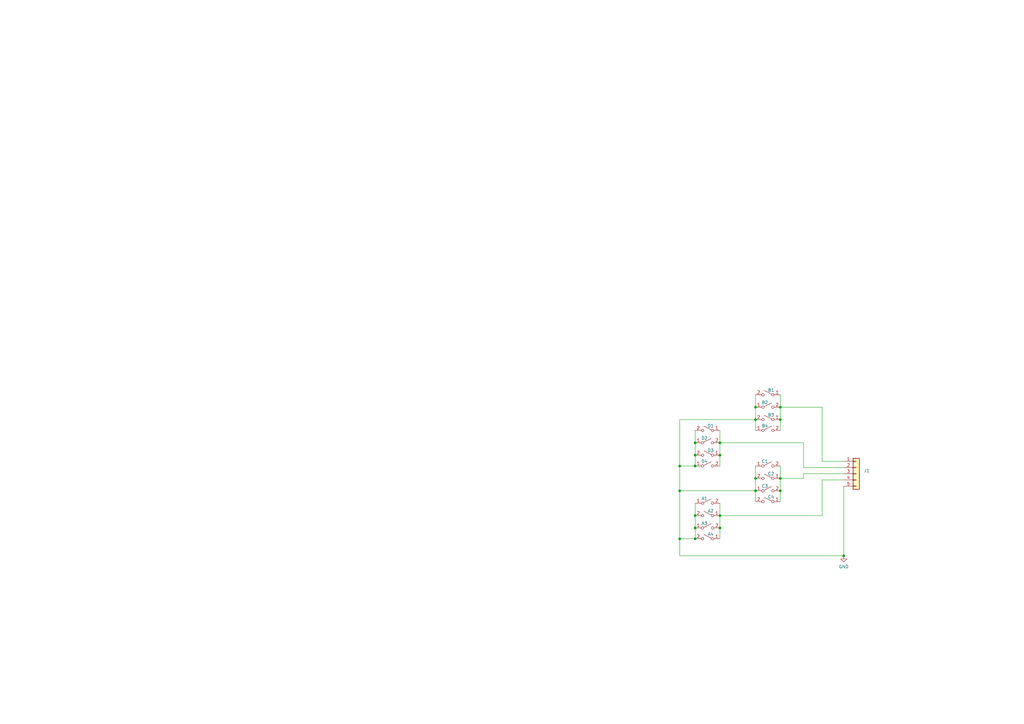
<source format=kicad_sch>
(kicad_sch
	(version 20250114)
	(generator "eeschema")
	(generator_version "9.0")
	(uuid "2e3f5573-c264-4a8b-a2f0-0e6473d39aad")
	(paper "A3")
	(lib_symbols
		(symbol "Connector_Generic:Conn_01x05"
			(pin_names
				(offset 1.016)
				(hide yes)
			)
			(exclude_from_sim no)
			(in_bom yes)
			(on_board yes)
			(property "Reference" "J"
				(at 0 7.62 0)
				(effects
					(font
						(size 1.27 1.27)
					)
				)
			)
			(property "Value" "Conn_01x05"
				(at 0 -7.62 0)
				(effects
					(font
						(size 1.27 1.27)
					)
				)
			)
			(property "Footprint" ""
				(at 0 0 0)
				(effects
					(font
						(size 1.27 1.27)
					)
					(hide yes)
				)
			)
			(property "Datasheet" "~"
				(at 0 0 0)
				(effects
					(font
						(size 1.27 1.27)
					)
					(hide yes)
				)
			)
			(property "Description" "Generic connector, single row, 01x05, script generated (kicad-library-utils/schlib/autogen/connector/)"
				(at 0 0 0)
				(effects
					(font
						(size 1.27 1.27)
					)
					(hide yes)
				)
			)
			(property "ki_keywords" "connector"
				(at 0 0 0)
				(effects
					(font
						(size 1.27 1.27)
					)
					(hide yes)
				)
			)
			(property "ki_fp_filters" "Connector*:*_1x??_*"
				(at 0 0 0)
				(effects
					(font
						(size 1.27 1.27)
					)
					(hide yes)
				)
			)
			(symbol "Conn_01x05_1_1"
				(rectangle
					(start -1.27 6.35)
					(end 1.27 -6.35)
					(stroke
						(width 0.254)
						(type default)
					)
					(fill
						(type background)
					)
				)
				(rectangle
					(start -1.27 5.207)
					(end 0 4.953)
					(stroke
						(width 0.1524)
						(type default)
					)
					(fill
						(type none)
					)
				)
				(rectangle
					(start -1.27 2.667)
					(end 0 2.413)
					(stroke
						(width 0.1524)
						(type default)
					)
					(fill
						(type none)
					)
				)
				(rectangle
					(start -1.27 0.127)
					(end 0 -0.127)
					(stroke
						(width 0.1524)
						(type default)
					)
					(fill
						(type none)
					)
				)
				(rectangle
					(start -1.27 -2.413)
					(end 0 -2.667)
					(stroke
						(width 0.1524)
						(type default)
					)
					(fill
						(type none)
					)
				)
				(rectangle
					(start -1.27 -4.953)
					(end 0 -5.207)
					(stroke
						(width 0.1524)
						(type default)
					)
					(fill
						(type none)
					)
				)
				(pin passive line
					(at -5.08 5.08 0)
					(length 3.81)
					(name "Pin_1"
						(effects
							(font
								(size 1.27 1.27)
							)
						)
					)
					(number "1"
						(effects
							(font
								(size 1.27 1.27)
							)
						)
					)
				)
				(pin passive line
					(at -5.08 2.54 0)
					(length 3.81)
					(name "Pin_2"
						(effects
							(font
								(size 1.27 1.27)
							)
						)
					)
					(number "2"
						(effects
							(font
								(size 1.27 1.27)
							)
						)
					)
				)
				(pin passive line
					(at -5.08 0 0)
					(length 3.81)
					(name "Pin_3"
						(effects
							(font
								(size 1.27 1.27)
							)
						)
					)
					(number "3"
						(effects
							(font
								(size 1.27 1.27)
							)
						)
					)
				)
				(pin passive line
					(at -5.08 -2.54 0)
					(length 3.81)
					(name "Pin_4"
						(effects
							(font
								(size 1.27 1.27)
							)
						)
					)
					(number "4"
						(effects
							(font
								(size 1.27 1.27)
							)
						)
					)
				)
				(pin passive line
					(at -5.08 -5.08 0)
					(length 3.81)
					(name "Pin_5"
						(effects
							(font
								(size 1.27 1.27)
							)
						)
					)
					(number "5"
						(effects
							(font
								(size 1.27 1.27)
							)
						)
					)
				)
			)
			(embedded_fonts no)
		)
		(symbol "Switch:SW_SPST"
			(pin_names
				(offset 0)
				(hide yes)
			)
			(exclude_from_sim no)
			(in_bom yes)
			(on_board yes)
			(property "Reference" "SW"
				(at 0 3.175 0)
				(effects
					(font
						(size 1.27 1.27)
					)
				)
			)
			(property "Value" "SW_SPST"
				(at 0 -2.54 0)
				(effects
					(font
						(size 1.27 1.27)
					)
				)
			)
			(property "Footprint" ""
				(at 0 0 0)
				(effects
					(font
						(size 1.27 1.27)
					)
					(hide yes)
				)
			)
			(property "Datasheet" "~"
				(at 0 0 0)
				(effects
					(font
						(size 1.27 1.27)
					)
					(hide yes)
				)
			)
			(property "Description" "Single Pole Single Throw (SPST) switch"
				(at 0 0 0)
				(effects
					(font
						(size 1.27 1.27)
					)
					(hide yes)
				)
			)
			(property "ki_keywords" "switch lever"
				(at 0 0 0)
				(effects
					(font
						(size 1.27 1.27)
					)
					(hide yes)
				)
			)
			(symbol "SW_SPST_0_0"
				(circle
					(center -2.032 0)
					(radius 0.508)
					(stroke
						(width 0)
						(type default)
					)
					(fill
						(type none)
					)
				)
				(polyline
					(pts
						(xy -1.524 0.254) (xy 1.524 1.778)
					)
					(stroke
						(width 0)
						(type default)
					)
					(fill
						(type none)
					)
				)
				(circle
					(center 2.032 0)
					(radius 0.508)
					(stroke
						(width 0)
						(type default)
					)
					(fill
						(type none)
					)
				)
			)
			(symbol "SW_SPST_1_1"
				(pin passive line
					(at -5.08 0 0)
					(length 2.54)
					(name "A"
						(effects
							(font
								(size 1.27 1.27)
							)
						)
					)
					(number "1"
						(effects
							(font
								(size 1.27 1.27)
							)
						)
					)
				)
				(pin passive line
					(at 5.08 0 180)
					(length 2.54)
					(name "B"
						(effects
							(font
								(size 1.27 1.27)
							)
						)
					)
					(number "2"
						(effects
							(font
								(size 1.27 1.27)
							)
						)
					)
				)
			)
			(embedded_fonts no)
		)
		(symbol "power:GND"
			(power)
			(pin_numbers
				(hide yes)
			)
			(pin_names
				(offset 0)
				(hide yes)
			)
			(exclude_from_sim no)
			(in_bom yes)
			(on_board yes)
			(property "Reference" "#PWR"
				(at 0 -6.35 0)
				(effects
					(font
						(size 1.27 1.27)
					)
					(hide yes)
				)
			)
			(property "Value" "GND"
				(at 0 -3.81 0)
				(effects
					(font
						(size 1.27 1.27)
					)
				)
			)
			(property "Footprint" ""
				(at 0 0 0)
				(effects
					(font
						(size 1.27 1.27)
					)
					(hide yes)
				)
			)
			(property "Datasheet" ""
				(at 0 0 0)
				(effects
					(font
						(size 1.27 1.27)
					)
					(hide yes)
				)
			)
			(property "Description" "Power symbol creates a global label with name \"GND\" , ground"
				(at 0 0 0)
				(effects
					(font
						(size 1.27 1.27)
					)
					(hide yes)
				)
			)
			(property "ki_keywords" "global power"
				(at 0 0 0)
				(effects
					(font
						(size 1.27 1.27)
					)
					(hide yes)
				)
			)
			(symbol "GND_0_1"
				(polyline
					(pts
						(xy 0 0) (xy 0 -1.27) (xy 1.27 -1.27) (xy 0 -2.54) (xy -1.27 -1.27) (xy 0 -1.27)
					)
					(stroke
						(width 0)
						(type default)
					)
					(fill
						(type none)
					)
				)
			)
			(symbol "GND_1_1"
				(pin power_in line
					(at 0 0 270)
					(length 0)
					(name "~"
						(effects
							(font
								(size 1.27 1.27)
							)
						)
					)
					(number "1"
						(effects
							(font
								(size 1.27 1.27)
							)
						)
					)
				)
			)
			(embedded_fonts no)
		)
	)
	(junction
		(at 320.04 172.085)
		(diameter 0)
		(color 0 0 0 0)
		(uuid "09670217-484f-4ac2-ad16-339e57d66373")
	)
	(junction
		(at 285.115 220.98)
		(diameter 0)
		(color 0 0 0 0)
		(uuid "0c0934f8-d93e-430a-9274-4f439ce25a7e")
	)
	(junction
		(at 278.765 201.295)
		(diameter 0)
		(color 0 0 0 0)
		(uuid "12cb7a4d-c7c5-41fe-ac9d-a772748073c6")
	)
	(junction
		(at 295.275 181.61)
		(diameter 0)
		(color 0 0 0 0)
		(uuid "1caca88f-a0f2-4d66-873d-e8f3086dab42")
	)
	(junction
		(at 285.115 211.455)
		(diameter 0)
		(color 0 0 0 0)
		(uuid "394d703b-d8bd-464b-83dd-548248000a8a")
	)
	(junction
		(at 278.765 191.135)
		(diameter 0)
		(color 0 0 0 0)
		(uuid "3a98730b-1ddf-4343-8038-2c9adc8aaf15")
	)
	(junction
		(at 285.115 186.69)
		(diameter 0)
		(color 0 0 0 0)
		(uuid "4dd9fa3a-cdda-41de-92ab-72537249bb55")
	)
	(junction
		(at 285.115 191.135)
		(diameter 0)
		(color 0 0 0 0)
		(uuid "5cde13b5-996d-4ec3-ba15-5c122badaf90")
	)
	(junction
		(at 309.88 172.085)
		(diameter 0)
		(color 0 0 0 0)
		(uuid "6c8275d7-f06b-4f55-a181-52b03183783b")
	)
	(junction
		(at 285.115 216.535)
		(diameter 0)
		(color 0 0 0 0)
		(uuid "71ccfcfe-54fe-4c88-be37-492210d4fdc5")
	)
	(junction
		(at 295.275 211.455)
		(diameter 0)
		(color 0 0 0 0)
		(uuid "769c1216-68bc-46f9-9aac-f15dead88161")
	)
	(junction
		(at 309.88 201.295)
		(diameter 0)
		(color 0 0 0 0)
		(uuid "78128b48-ab11-44fc-8312-0a43fe00aa78")
	)
	(junction
		(at 295.275 216.535)
		(diameter 0)
		(color 0 0 0 0)
		(uuid "9216b93c-756a-4045-99bf-ed341f2cd5d9")
	)
	(junction
		(at 295.275 186.69)
		(diameter 0)
		(color 0 0 0 0)
		(uuid "b0fb3b2b-4622-4017-8132-10d98f724a96")
	)
	(junction
		(at 285.115 181.61)
		(diameter 0)
		(color 0 0 0 0)
		(uuid "b37c5e5b-afe8-4df1-95ab-ebd3bdbb731a")
	)
	(junction
		(at 320.04 196.215)
		(diameter 0)
		(color 0 0 0 0)
		(uuid "c361a388-1698-4b8b-9c33-7b605cf300a0")
	)
	(junction
		(at 346.075 227.965)
		(diameter 0)
		(color 0 0 0 0)
		(uuid "ca707b05-fcc5-48d6-a109-c4943035e927")
	)
	(junction
		(at 278.765 220.98)
		(diameter 0)
		(color 0 0 0 0)
		(uuid "cc5da77f-9a03-4938-9117-1b664c74d2ad")
	)
	(junction
		(at 309.88 167.005)
		(diameter 0)
		(color 0 0 0 0)
		(uuid "dba67b81-81c8-44b0-9d1b-efeba19ec3b6")
	)
	(junction
		(at 320.04 167.005)
		(diameter 0)
		(color 0 0 0 0)
		(uuid "e0ea7a2e-add1-4d9d-a8e1-df636c42c222")
	)
	(junction
		(at 320.04 201.295)
		(diameter 0)
		(color 0 0 0 0)
		(uuid "ed30744e-3577-4649-8e9c-15ca0bc1978a")
	)
	(junction
		(at 309.88 196.215)
		(diameter 0)
		(color 0 0 0 0)
		(uuid "f59b2bbf-e74b-4f9f-a6e5-dcf6cd854567")
	)
	(wire
		(pts
			(xy 278.765 220.98) (xy 278.765 201.295)
		)
		(stroke
			(width 0)
			(type default)
		)
		(uuid "015f808f-3bdc-4c03-844a-b1470eff7e44")
	)
	(wire
		(pts
			(xy 320.04 172.085) (xy 320.04 176.53)
		)
		(stroke
			(width 0)
			(type default)
		)
		(uuid "02613e8a-cba6-40df-8566-1cf5612dfe51")
	)
	(wire
		(pts
			(xy 309.88 172.085) (xy 309.88 176.53)
		)
		(stroke
			(width 0)
			(type default)
		)
		(uuid "0297f815-ba2c-4d69-9274-9edc0c8e0547")
	)
	(wire
		(pts
			(xy 346.075 189.23) (xy 337.185 189.23)
		)
		(stroke
			(width 0)
			(type default)
		)
		(uuid "03427538-a85e-433f-8d58-3a62d425d67b")
	)
	(wire
		(pts
			(xy 309.88 196.215) (xy 309.88 201.295)
		)
		(stroke
			(width 0)
			(type default)
		)
		(uuid "1251b891-7386-414c-97cf-e97ee5757c2a")
	)
	(wire
		(pts
			(xy 320.04 196.215) (xy 320.04 201.295)
		)
		(stroke
			(width 0)
			(type default)
		)
		(uuid "130d65a7-9f19-4696-aab0-2b633e8f613e")
	)
	(wire
		(pts
			(xy 295.275 216.535) (xy 295.275 220.98)
		)
		(stroke
			(width 0)
			(type default)
		)
		(uuid "1733dfb6-78c6-422c-ab83-4624cec0744c")
	)
	(wire
		(pts
			(xy 329.565 191.77) (xy 329.565 181.61)
		)
		(stroke
			(width 0)
			(type default)
		)
		(uuid "204a77c3-879d-4e57-83e6-d221be49080f")
	)
	(wire
		(pts
			(xy 295.275 211.455) (xy 295.275 216.535)
		)
		(stroke
			(width 0)
			(type default)
		)
		(uuid "2416ab21-dc9a-4269-8bce-819e0ba63490")
	)
	(wire
		(pts
			(xy 285.115 181.61) (xy 285.115 186.69)
		)
		(stroke
			(width 0)
			(type default)
		)
		(uuid "2e344fc9-0aeb-459c-9527-5fa8d810f771")
	)
	(wire
		(pts
			(xy 320.04 201.295) (xy 320.04 205.74)
		)
		(stroke
			(width 0)
			(type default)
		)
		(uuid "2e703aa9-d72e-41a2-9a19-58a3cbe609ca")
	)
	(wire
		(pts
			(xy 346.075 196.85) (xy 337.185 196.85)
		)
		(stroke
			(width 0)
			(type default)
		)
		(uuid "3af80641-43be-46cb-9bee-41a53c7d1e6a")
	)
	(wire
		(pts
			(xy 346.075 191.77) (xy 329.565 191.77)
		)
		(stroke
			(width 0)
			(type default)
		)
		(uuid "42674478-e1f0-42c7-9f39-600935bf088f")
	)
	(wire
		(pts
			(xy 285.115 176.53) (xy 285.115 181.61)
		)
		(stroke
			(width 0)
			(type default)
		)
		(uuid "4b567538-0c68-4fe0-ada7-0778f574821a")
	)
	(wire
		(pts
			(xy 295.275 206.375) (xy 295.275 211.455)
		)
		(stroke
			(width 0)
			(type default)
		)
		(uuid "4c2c4888-debd-4c27-9370-d64604bd88f0")
	)
	(wire
		(pts
			(xy 309.88 191.135) (xy 309.88 196.215)
		)
		(stroke
			(width 0)
			(type default)
		)
		(uuid "4fedba46-15a2-4c7f-9804-60b5f458380c")
	)
	(wire
		(pts
			(xy 285.115 216.535) (xy 285.115 220.98)
		)
		(stroke
			(width 0)
			(type default)
		)
		(uuid "5b2bfc78-f334-4222-93e2-d8f57ebd0be3")
	)
	(wire
		(pts
			(xy 329.565 194.31) (xy 329.565 196.215)
		)
		(stroke
			(width 0)
			(type default)
		)
		(uuid "60d08740-a9af-40df-aee7-bf177d46c6c7")
	)
	(wire
		(pts
			(xy 320.04 196.215) (xy 329.565 196.215)
		)
		(stroke
			(width 0)
			(type default)
		)
		(uuid "63f2ec43-572f-41a0-8317-54cb51daaf74")
	)
	(wire
		(pts
			(xy 320.04 161.925) (xy 320.04 167.005)
		)
		(stroke
			(width 0)
			(type default)
		)
		(uuid "692ee72b-a932-4366-b39a-1f9fc76bf2cc")
	)
	(wire
		(pts
			(xy 295.275 181.61) (xy 329.565 181.61)
		)
		(stroke
			(width 0)
			(type default)
		)
		(uuid "6e3ac067-66a8-4f7d-aea0-a6a5ee8d8c6e")
	)
	(wire
		(pts
			(xy 320.04 167.005) (xy 320.04 172.085)
		)
		(stroke
			(width 0)
			(type default)
		)
		(uuid "6f980ee5-a6e8-4007-be74-a85c4aaa7564")
	)
	(wire
		(pts
			(xy 295.275 176.53) (xy 295.275 181.61)
		)
		(stroke
			(width 0)
			(type default)
		)
		(uuid "7a163d91-283b-4779-9d40-694cfa5345d8")
	)
	(wire
		(pts
			(xy 285.115 186.69) (xy 285.115 191.135)
		)
		(stroke
			(width 0)
			(type default)
		)
		(uuid "7aa236c0-b2e4-4905-b22d-7606f9b9a1e5")
	)
	(wire
		(pts
			(xy 309.88 167.005) (xy 309.88 172.085)
		)
		(stroke
			(width 0)
			(type default)
		)
		(uuid "84c2ea4d-6d67-4c49-a214-0d021f21f4c1")
	)
	(wire
		(pts
			(xy 278.765 191.135) (xy 278.765 172.085)
		)
		(stroke
			(width 0)
			(type default)
		)
		(uuid "913db704-7332-475b-8988-417a6b3c32d1")
	)
	(wire
		(pts
			(xy 337.185 196.85) (xy 337.185 211.455)
		)
		(stroke
			(width 0)
			(type default)
		)
		(uuid "919deec3-4a34-45f6-98c5-b861ee541a62")
	)
	(wire
		(pts
			(xy 278.765 201.295) (xy 278.765 191.135)
		)
		(stroke
			(width 0)
			(type default)
		)
		(uuid "9604d9f7-87b4-426a-b91e-4c9265296aa8")
	)
	(wire
		(pts
			(xy 346.075 199.39) (xy 346.075 227.965)
		)
		(stroke
			(width 0)
			(type default)
		)
		(uuid "992097bd-912b-4da7-9641-20b2eab146e8")
	)
	(wire
		(pts
			(xy 320.04 191.135) (xy 320.04 196.215)
		)
		(stroke
			(width 0)
			(type default)
		)
		(uuid "a128b29f-cbf2-4ac5-aa4f-82aa6c357a02")
	)
	(wire
		(pts
			(xy 295.275 186.69) (xy 295.275 191.135)
		)
		(stroke
			(width 0)
			(type default)
		)
		(uuid "a567d45f-121f-4f98-b16c-36884ce8f686")
	)
	(wire
		(pts
			(xy 278.765 227.965) (xy 278.765 220.98)
		)
		(stroke
			(width 0)
			(type default)
		)
		(uuid "a77158d5-a23d-4b72-9ece-3944a097567f")
	)
	(wire
		(pts
			(xy 337.185 189.23) (xy 337.185 167.005)
		)
		(stroke
			(width 0)
			(type default)
		)
		(uuid "a891a3f5-34be-4ac6-a96b-1806cf5a8d6e")
	)
	(wire
		(pts
			(xy 278.765 191.135) (xy 285.115 191.135)
		)
		(stroke
			(width 0)
			(type default)
		)
		(uuid "b3af174c-a8df-4bc9-8ef3-cfafb810245b")
	)
	(wire
		(pts
			(xy 285.115 206.375) (xy 285.115 211.455)
		)
		(stroke
			(width 0)
			(type default)
		)
		(uuid "b9e50371-ce74-4e33-bb32-fcda7d044bc1")
	)
	(wire
		(pts
			(xy 285.115 211.455) (xy 285.115 216.535)
		)
		(stroke
			(width 0)
			(type default)
		)
		(uuid "c188381b-db75-439d-9625-61750a28cade")
	)
	(wire
		(pts
			(xy 295.275 181.61) (xy 295.275 186.69)
		)
		(stroke
			(width 0)
			(type default)
		)
		(uuid "c83c1a4a-fac8-435c-af39-9dce503c068d")
	)
	(wire
		(pts
			(xy 309.88 161.925) (xy 309.88 167.005)
		)
		(stroke
			(width 0)
			(type default)
		)
		(uuid "c843e702-3549-4882-9484-eb13f8f853c9")
	)
	(wire
		(pts
			(xy 337.185 211.455) (xy 295.275 211.455)
		)
		(stroke
			(width 0)
			(type default)
		)
		(uuid "cce04482-6791-4121-97c6-7a03597f8002")
	)
	(wire
		(pts
			(xy 346.075 227.965) (xy 278.765 227.965)
		)
		(stroke
			(width 0)
			(type default)
		)
		(uuid "d2353808-c2e9-4848-92ab-601b1d0b0fac")
	)
	(wire
		(pts
			(xy 278.765 201.295) (xy 309.88 201.295)
		)
		(stroke
			(width 0)
			(type default)
		)
		(uuid "d40bbc64-c9f8-4c67-b943-a603a0c539a3")
	)
	(wire
		(pts
			(xy 278.765 220.98) (xy 285.115 220.98)
		)
		(stroke
			(width 0)
			(type default)
		)
		(uuid "e9bc0850-041d-48fb-a4ff-a63f722605fb")
	)
	(wire
		(pts
			(xy 278.765 172.085) (xy 309.88 172.085)
		)
		(stroke
			(width 0)
			(type default)
		)
		(uuid "e9be46ae-4977-46cf-836e-3db966f03b7e")
	)
	(wire
		(pts
			(xy 346.075 194.31) (xy 329.565 194.31)
		)
		(stroke
			(width 0)
			(type default)
		)
		(uuid "ecb61495-20aa-4488-b0e3-75d695fae809")
	)
	(wire
		(pts
			(xy 309.88 201.295) (xy 309.88 205.74)
		)
		(stroke
			(width 0)
			(type default)
		)
		(uuid "efe083f7-cf4f-4553-8a1b-d84da36f6256")
	)
	(wire
		(pts
			(xy 320.04 167.005) (xy 337.185 167.005)
		)
		(stroke
			(width 0)
			(type default)
		)
		(uuid "fd2d39e0-8076-4211-ad42-d9ebd13cec7d")
	)
	(symbol
		(lib_id "power:GND")
		(at 346.075 227.965 0)
		(unit 1)
		(exclude_from_sim no)
		(in_bom yes)
		(on_board yes)
		(dnp no)
		(fields_autoplaced yes)
		(uuid "054322d3-025b-455a-8ae4-2fe1aa47de73")
		(property "Reference" "#PWR01"
			(at 346.075 234.315 0)
			(effects
				(font
					(size 1.27 1.27)
				)
				(hide yes)
			)
		)
		(property "Value" "GND"
			(at 346.075 232.41 0)
			(effects
				(font
					(size 1.27 1.27)
				)
			)
		)
		(property "Footprint" ""
			(at 346.075 227.965 0)
			(effects
				(font
					(size 1.27 1.27)
				)
				(hide yes)
			)
		)
		(property "Datasheet" ""
			(at 346.075 227.965 0)
			(effects
				(font
					(size 1.27 1.27)
				)
				(hide yes)
			)
		)
		(property "Description" "Power symbol creates a global label with name \"GND\" , ground"
			(at 346.075 227.965 0)
			(effects
				(font
					(size 1.27 1.27)
				)
				(hide yes)
			)
		)
		(pin "1"
			(uuid "9530916a-23c2-4ce0-8b51-5d2485ac76b0")
		)
		(instances
			(project ""
				(path "/2e3f5573-c264-4a8b-a2f0-0e6473d39aad"
					(reference "#PWR01")
					(unit 1)
				)
			)
		)
	)
	(symbol
		(lib_id "Switch:SW_SPST")
		(at 314.96 176.53 0)
		(unit 1)
		(exclude_from_sim no)
		(in_bom yes)
		(on_board yes)
		(dnp no)
		(uuid "2adf0012-8e20-4af8-a47b-d3575237b7f5")
		(property "Reference" "B4"
			(at 313.69 174.625 0)
			(effects
				(font
					(size 1.27 1.27)
				)
			)
		)
		(property "Value" "SW_SPST"
			(at 314.96 172.72 0)
			(effects
				(font
					(size 1.27 1.27)
				)
				(hide yes)
			)
		)
		(property "Footprint" "ju_button:JuRubber"
			(at 314.96 176.53 0)
			(effects
				(font
					(size 1.27 1.27)
				)
				(hide yes)
			)
		)
		(property "Datasheet" "~"
			(at 314.96 176.53 0)
			(effects
				(font
					(size 1.27 1.27)
				)
				(hide yes)
			)
		)
		(property "Description" "Single Pole Single Throw (SPST) switch"
			(at 314.96 176.53 0)
			(effects
				(font
					(size 1.27 1.27)
				)
				(hide yes)
			)
		)
		(pin "1"
			(uuid "924f9555-970b-44fc-a3b1-b7d565339ee9")
		)
		(pin "2"
			(uuid "0ccbd0d7-f993-469f-a5bc-1290655d708d")
		)
		(instances
			(project "ju_button"
				(path "/2e3f5573-c264-4a8b-a2f0-0e6473d39aad"
					(reference "B4")
					(unit 1)
				)
			)
		)
	)
	(symbol
		(lib_id "Switch:SW_SPST")
		(at 290.195 181.61 0)
		(unit 1)
		(exclude_from_sim no)
		(in_bom yes)
		(on_board yes)
		(dnp no)
		(uuid "2fef21ff-e778-44ae-a8f1-2a260feb0232")
		(property "Reference" "D2"
			(at 288.925 179.705 0)
			(effects
				(font
					(size 1.27 1.27)
				)
			)
		)
		(property "Value" "SW_SPST"
			(at 290.195 177.8 0)
			(effects
				(font
					(size 1.27 1.27)
				)
				(hide yes)
			)
		)
		(property "Footprint" "ju_button:JuRubber"
			(at 290.195 181.61 0)
			(effects
				(font
					(size 1.27 1.27)
				)
				(hide yes)
			)
		)
		(property "Datasheet" "~"
			(at 290.195 181.61 0)
			(effects
				(font
					(size 1.27 1.27)
				)
				(hide yes)
			)
		)
		(property "Description" "Single Pole Single Throw (SPST) switch"
			(at 290.195 181.61 0)
			(effects
				(font
					(size 1.27 1.27)
				)
				(hide yes)
			)
		)
		(pin "1"
			(uuid "624bb9ff-73fd-4282-8ec3-61cddbb12514")
		)
		(pin "2"
			(uuid "7b713c40-531b-4a3c-a6db-7bddaa70ff1f")
		)
		(instances
			(project "ju_button"
				(path "/2e3f5573-c264-4a8b-a2f0-0e6473d39aad"
					(reference "D2")
					(unit 1)
				)
			)
		)
	)
	(symbol
		(lib_id "Switch:SW_SPST")
		(at 290.195 220.98 0)
		(mirror y)
		(unit 1)
		(exclude_from_sim no)
		(in_bom yes)
		(on_board yes)
		(dnp no)
		(uuid "345bfef7-397f-4d74-8cdf-6d49eeb33236")
		(property "Reference" "A4"
			(at 291.465 219.075 0)
			(effects
				(font
					(size 1.27 1.27)
				)
			)
		)
		(property "Value" "SW_SPST"
			(at 290.195 217.17 0)
			(effects
				(font
					(size 1.27 1.27)
				)
				(hide yes)
			)
		)
		(property "Footprint" "ju_button:JuRubber"
			(at 290.195 220.98 0)
			(effects
				(font
					(size 1.27 1.27)
				)
				(hide yes)
			)
		)
		(property "Datasheet" "~"
			(at 290.195 220.98 0)
			(effects
				(font
					(size 1.27 1.27)
				)
				(hide yes)
			)
		)
		(property "Description" "Single Pole Single Throw (SPST) switch"
			(at 290.195 220.98 0)
			(effects
				(font
					(size 1.27 1.27)
				)
				(hide yes)
			)
		)
		(pin "1"
			(uuid "0b571b92-5886-4cf6-a9f9-1e489c2e541d")
		)
		(pin "2"
			(uuid "7d62e1a6-f64e-4593-9ac7-ec24bd8aa5ec")
		)
		(instances
			(project "ju_button"
				(path "/2e3f5573-c264-4a8b-a2f0-0e6473d39aad"
					(reference "A4")
					(unit 1)
				)
			)
		)
	)
	(symbol
		(lib_id "Switch:SW_SPST")
		(at 314.96 172.085 0)
		(mirror y)
		(unit 1)
		(exclude_from_sim no)
		(in_bom yes)
		(on_board yes)
		(dnp no)
		(uuid "53086662-6b53-4744-87bb-ba448cb0d9f3")
		(property "Reference" "B3"
			(at 316.23 170.18 0)
			(effects
				(font
					(size 1.27 1.27)
				)
			)
		)
		(property "Value" "SW_SPST"
			(at 314.96 168.275 0)
			(effects
				(font
					(size 1.27 1.27)
				)
				(hide yes)
			)
		)
		(property "Footprint" "ju_button:JuRubber"
			(at 314.96 172.085 0)
			(effects
				(font
					(size 1.27 1.27)
				)
				(hide yes)
			)
		)
		(property "Datasheet" "~"
			(at 314.96 172.085 0)
			(effects
				(font
					(size 1.27 1.27)
				)
				(hide yes)
			)
		)
		(property "Description" "Single Pole Single Throw (SPST) switch"
			(at 314.96 172.085 0)
			(effects
				(font
					(size 1.27 1.27)
				)
				(hide yes)
			)
		)
		(pin "1"
			(uuid "5bd3687e-a32c-45d3-b817-9d2b3f5274a2")
		)
		(pin "2"
			(uuid "24676cd0-0a60-4242-b24a-e4cf04665ac6")
		)
		(instances
			(project "ju_button"
				(path "/2e3f5573-c264-4a8b-a2f0-0e6473d39aad"
					(reference "B3")
					(unit 1)
				)
			)
		)
	)
	(symbol
		(lib_id "Switch:SW_SPST")
		(at 314.96 191.135 0)
		(unit 1)
		(exclude_from_sim no)
		(in_bom yes)
		(on_board yes)
		(dnp no)
		(uuid "544624a2-c805-49db-b0f9-41d2b091c45e")
		(property "Reference" "C1"
			(at 313.69 189.23 0)
			(effects
				(font
					(size 1.27 1.27)
				)
			)
		)
		(property "Value" "SW_SPST"
			(at 314.96 187.325 0)
			(effects
				(font
					(size 1.27 1.27)
				)
				(hide yes)
			)
		)
		(property "Footprint" "ju_button:JuRubber"
			(at 314.96 191.135 0)
			(effects
				(font
					(size 1.27 1.27)
				)
				(hide yes)
			)
		)
		(property "Datasheet" "~"
			(at 314.96 191.135 0)
			(effects
				(font
					(size 1.27 1.27)
				)
				(hide yes)
			)
		)
		(property "Description" "Single Pole Single Throw (SPST) switch"
			(at 314.96 191.135 0)
			(effects
				(font
					(size 1.27 1.27)
				)
				(hide yes)
			)
		)
		(pin "1"
			(uuid "20d2e660-0924-4076-900f-04e785edeee6")
		)
		(pin "2"
			(uuid "113f6f75-c408-4c32-bb6e-17cc7fc08b10")
		)
		(instances
			(project "ju_button"
				(path "/2e3f5573-c264-4a8b-a2f0-0e6473d39aad"
					(reference "C1")
					(unit 1)
				)
			)
		)
	)
	(symbol
		(lib_id "Switch:SW_SPST")
		(at 314.96 167.005 0)
		(unit 1)
		(exclude_from_sim no)
		(in_bom yes)
		(on_board yes)
		(dnp no)
		(uuid "5a035439-fbf8-4835-b869-0e5c182cc189")
		(property "Reference" "B2"
			(at 313.69 165.1 0)
			(effects
				(font
					(size 1.27 1.27)
				)
			)
		)
		(property "Value" "SW_SPST"
			(at 314.96 163.195 0)
			(effects
				(font
					(size 1.27 1.27)
				)
				(hide yes)
			)
		)
		(property "Footprint" "ju_button:JuRubber"
			(at 314.96 167.005 0)
			(effects
				(font
					(size 1.27 1.27)
				)
				(hide yes)
			)
		)
		(property "Datasheet" "~"
			(at 314.96 167.005 0)
			(effects
				(font
					(size 1.27 1.27)
				)
				(hide yes)
			)
		)
		(property "Description" "Single Pole Single Throw (SPST) switch"
			(at 314.96 167.005 0)
			(effects
				(font
					(size 1.27 1.27)
				)
				(hide yes)
			)
		)
		(pin "1"
			(uuid "50f5dbbb-cc6b-430c-a9ec-f0e0ab9c4f84")
		)
		(pin "2"
			(uuid "c8334568-0c74-4d08-85d5-505eb3354f28")
		)
		(instances
			(project "ju_button"
				(path "/2e3f5573-c264-4a8b-a2f0-0e6473d39aad"
					(reference "B2")
					(unit 1)
				)
			)
		)
	)
	(symbol
		(lib_id "Switch:SW_SPST")
		(at 290.195 211.455 0)
		(mirror y)
		(unit 1)
		(exclude_from_sim no)
		(in_bom yes)
		(on_board yes)
		(dnp no)
		(uuid "72bfca54-5703-4f4e-88ed-d9eb625f4991")
		(property "Reference" "A2"
			(at 291.465 209.55 0)
			(effects
				(font
					(size 1.27 1.27)
				)
			)
		)
		(property "Value" "SW_SPST"
			(at 290.195 207.645 0)
			(effects
				(font
					(size 1.27 1.27)
				)
				(hide yes)
			)
		)
		(property "Footprint" "ju_button:JuRubber"
			(at 290.195 211.455 0)
			(effects
				(font
					(size 1.27 1.27)
				)
				(hide yes)
			)
		)
		(property "Datasheet" "~"
			(at 290.195 211.455 0)
			(effects
				(font
					(size 1.27 1.27)
				)
				(hide yes)
			)
		)
		(property "Description" "Single Pole Single Throw (SPST) switch"
			(at 290.195 211.455 0)
			(effects
				(font
					(size 1.27 1.27)
				)
				(hide yes)
			)
		)
		(pin "1"
			(uuid "07da7f21-7c2e-4ebe-997d-5702afc7aba7")
		)
		(pin "2"
			(uuid "bcd202aa-d8b1-4336-82b4-8e9ef94340ac")
		)
		(instances
			(project "ju_button"
				(path "/2e3f5573-c264-4a8b-a2f0-0e6473d39aad"
					(reference "A2")
					(unit 1)
				)
			)
		)
	)
	(symbol
		(lib_id "Switch:SW_SPST")
		(at 290.195 191.135 0)
		(unit 1)
		(exclude_from_sim no)
		(in_bom yes)
		(on_board yes)
		(dnp no)
		(uuid "80b0919c-eb7e-47d3-8e3e-972750b02642")
		(property "Reference" "D4"
			(at 288.925 189.23 0)
			(effects
				(font
					(size 1.27 1.27)
				)
			)
		)
		(property "Value" "SW_SPST"
			(at 290.195 187.325 0)
			(effects
				(font
					(size 1.27 1.27)
				)
				(hide yes)
			)
		)
		(property "Footprint" "ju_button:JuRubber"
			(at 290.195 191.135 0)
			(effects
				(font
					(size 1.27 1.27)
				)
				(hide yes)
			)
		)
		(property "Datasheet" "~"
			(at 290.195 191.135 0)
			(effects
				(font
					(size 1.27 1.27)
				)
				(hide yes)
			)
		)
		(property "Description" "Single Pole Single Throw (SPST) switch"
			(at 290.195 191.135 0)
			(effects
				(font
					(size 1.27 1.27)
				)
				(hide yes)
			)
		)
		(pin "1"
			(uuid "0ba6bd32-51a6-4feb-b774-f5d9378c538f")
		)
		(pin "2"
			(uuid "9ac86697-3efa-40d2-a00b-d5794ddf0973")
		)
		(instances
			(project "ju_button"
				(path "/2e3f5573-c264-4a8b-a2f0-0e6473d39aad"
					(reference "D4")
					(unit 1)
				)
			)
		)
	)
	(symbol
		(lib_id "Switch:SW_SPST")
		(at 290.195 176.53 0)
		(mirror y)
		(unit 1)
		(exclude_from_sim no)
		(in_bom yes)
		(on_board yes)
		(dnp no)
		(uuid "82350150-3c3d-4a60-8065-26c4437b7ef4")
		(property "Reference" "D1"
			(at 291.465 174.625 0)
			(effects
				(font
					(size 1.27 1.27)
				)
			)
		)
		(property "Value" "SW_SPST"
			(at 290.195 172.72 0)
			(effects
				(font
					(size 1.27 1.27)
				)
				(hide yes)
			)
		)
		(property "Footprint" "ju_button:JuRubber"
			(at 290.195 176.53 0)
			(effects
				(font
					(size 1.27 1.27)
				)
				(hide yes)
			)
		)
		(property "Datasheet" "~"
			(at 290.195 176.53 0)
			(effects
				(font
					(size 1.27 1.27)
				)
				(hide yes)
			)
		)
		(property "Description" "Single Pole Single Throw (SPST) switch"
			(at 290.195 176.53 0)
			(effects
				(font
					(size 1.27 1.27)
				)
				(hide yes)
			)
		)
		(pin "1"
			(uuid "07f479fc-5b0c-493e-b70a-a5b23f76b389")
		)
		(pin "2"
			(uuid "d2fe611e-e29b-4f3a-a2c6-461eaaaba2ae")
		)
		(instances
			(project "ju_button"
				(path "/2e3f5573-c264-4a8b-a2f0-0e6473d39aad"
					(reference "D1")
					(unit 1)
				)
			)
		)
	)
	(symbol
		(lib_id "Switch:SW_SPST")
		(at 314.96 161.925 0)
		(mirror y)
		(unit 1)
		(exclude_from_sim no)
		(in_bom yes)
		(on_board yes)
		(dnp no)
		(uuid "883754b4-ec1d-4b78-b800-a9270b036e01")
		(property "Reference" "B1"
			(at 316.23 160.02 0)
			(effects
				(font
					(size 1.27 1.27)
				)
			)
		)
		(property "Value" "SW_SPST"
			(at 314.96 158.115 0)
			(effects
				(font
					(size 1.27 1.27)
				)
				(hide yes)
			)
		)
		(property "Footprint" "ju_button:JuRubber"
			(at 314.96 161.925 0)
			(effects
				(font
					(size 1.27 1.27)
				)
				(hide yes)
			)
		)
		(property "Datasheet" "~"
			(at 314.96 161.925 0)
			(effects
				(font
					(size 1.27 1.27)
				)
				(hide yes)
			)
		)
		(property "Description" "Single Pole Single Throw (SPST) switch"
			(at 314.96 161.925 0)
			(effects
				(font
					(size 1.27 1.27)
				)
				(hide yes)
			)
		)
		(pin "1"
			(uuid "cd92493c-eb4e-4d0a-bbfd-0624f3d7cea4")
		)
		(pin "2"
			(uuid "fd18a806-d934-4bba-a8de-a9290969766e")
		)
		(instances
			(project "ju_button"
				(path "/2e3f5573-c264-4a8b-a2f0-0e6473d39aad"
					(reference "B1")
					(unit 1)
				)
			)
		)
	)
	(symbol
		(lib_id "Switch:SW_SPST")
		(at 314.96 196.215 0)
		(mirror y)
		(unit 1)
		(exclude_from_sim no)
		(in_bom yes)
		(on_board yes)
		(dnp no)
		(uuid "933e5e6c-f8ce-427d-9716-81e4599d8665")
		(property "Reference" "C2"
			(at 316.23 194.31 0)
			(effects
				(font
					(size 1.27 1.27)
				)
			)
		)
		(property "Value" "SW_SPST"
			(at 314.96 192.405 0)
			(effects
				(font
					(size 1.27 1.27)
				)
				(hide yes)
			)
		)
		(property "Footprint" "ju_button:JuRubber"
			(at 314.96 196.215 0)
			(effects
				(font
					(size 1.27 1.27)
				)
				(hide yes)
			)
		)
		(property "Datasheet" "~"
			(at 314.96 196.215 0)
			(effects
				(font
					(size 1.27 1.27)
				)
				(hide yes)
			)
		)
		(property "Description" "Single Pole Single Throw (SPST) switch"
			(at 314.96 196.215 0)
			(effects
				(font
					(size 1.27 1.27)
				)
				(hide yes)
			)
		)
		(pin "1"
			(uuid "fdaed69f-a501-4acf-9e2b-45776263b214")
		)
		(pin "2"
			(uuid "14ebc838-03ca-435c-af01-1557d172071e")
		)
		(instances
			(project "ju_button"
				(path "/2e3f5573-c264-4a8b-a2f0-0e6473d39aad"
					(reference "C2")
					(unit 1)
				)
			)
		)
	)
	(symbol
		(lib_id "Switch:SW_SPST")
		(at 314.96 201.295 0)
		(unit 1)
		(exclude_from_sim no)
		(in_bom yes)
		(on_board yes)
		(dnp no)
		(uuid "a16954f7-b89d-4501-b472-dd59291fd8f1")
		(property "Reference" "C3"
			(at 313.69 199.39 0)
			(effects
				(font
					(size 1.27 1.27)
				)
			)
		)
		(property "Value" "SW_SPST"
			(at 314.96 197.485 0)
			(effects
				(font
					(size 1.27 1.27)
				)
				(hide yes)
			)
		)
		(property "Footprint" "ju_button:JuRubber"
			(at 314.96 201.295 0)
			(effects
				(font
					(size 1.27 1.27)
				)
				(hide yes)
			)
		)
		(property "Datasheet" "~"
			(at 314.96 201.295 0)
			(effects
				(font
					(size 1.27 1.27)
				)
				(hide yes)
			)
		)
		(property "Description" "Single Pole Single Throw (SPST) switch"
			(at 314.96 201.295 0)
			(effects
				(font
					(size 1.27 1.27)
				)
				(hide yes)
			)
		)
		(pin "1"
			(uuid "2fb1eff2-21c7-45ce-b494-7dc447cb7efa")
		)
		(pin "2"
			(uuid "94c53061-a045-4982-8854-70f49d21894a")
		)
		(instances
			(project "ju_button"
				(path "/2e3f5573-c264-4a8b-a2f0-0e6473d39aad"
					(reference "C3")
					(unit 1)
				)
			)
		)
	)
	(symbol
		(lib_id "Switch:SW_SPST")
		(at 290.195 206.375 0)
		(unit 1)
		(exclude_from_sim no)
		(in_bom yes)
		(on_board yes)
		(dnp no)
		(uuid "a38d6af2-8659-41aa-9473-2b9670f59b47")
		(property "Reference" "A1"
			(at 288.925 204.47 0)
			(effects
				(font
					(size 1.27 1.27)
				)
			)
		)
		(property "Value" "SW_SPST"
			(at 290.195 202.565 0)
			(effects
				(font
					(size 1.27 1.27)
				)
				(hide yes)
			)
		)
		(property "Footprint" "ju_button:JuRubber"
			(at 290.195 206.375 0)
			(effects
				(font
					(size 1.27 1.27)
				)
				(hide yes)
			)
		)
		(property "Datasheet" "~"
			(at 290.195 206.375 0)
			(effects
				(font
					(size 1.27 1.27)
				)
				(hide yes)
			)
		)
		(property "Description" "Single Pole Single Throw (SPST) switch"
			(at 290.195 206.375 0)
			(effects
				(font
					(size 1.27 1.27)
				)
				(hide yes)
			)
		)
		(pin "1"
			(uuid "12e9e28f-c368-409f-a4ee-945d780be285")
		)
		(pin "2"
			(uuid "0edd640c-6bd9-4276-9ac7-c5f0704d8f47")
		)
		(instances
			(project "ju_button"
				(path "/2e3f5573-c264-4a8b-a2f0-0e6473d39aad"
					(reference "A1")
					(unit 1)
				)
			)
		)
	)
	(symbol
		(lib_id "Switch:SW_SPST")
		(at 290.195 216.535 0)
		(unit 1)
		(exclude_from_sim no)
		(in_bom yes)
		(on_board yes)
		(dnp no)
		(uuid "af23bd25-8266-4136-b81f-4c027b62b954")
		(property "Reference" "A3"
			(at 288.925 214.63 0)
			(effects
				(font
					(size 1.27 1.27)
				)
			)
		)
		(property "Value" "SW_SPST"
			(at 290.195 212.725 0)
			(effects
				(font
					(size 1.27 1.27)
				)
				(hide yes)
			)
		)
		(property "Footprint" "ju_button:JuRubber"
			(at 290.195 216.535 0)
			(effects
				(font
					(size 1.27 1.27)
				)
				(hide yes)
			)
		)
		(property "Datasheet" "~"
			(at 290.195 216.535 0)
			(effects
				(font
					(size 1.27 1.27)
				)
				(hide yes)
			)
		)
		(property "Description" "Single Pole Single Throw (SPST) switch"
			(at 290.195 216.535 0)
			(effects
				(font
					(size 1.27 1.27)
				)
				(hide yes)
			)
		)
		(pin "1"
			(uuid "77e33e27-382f-473f-8da8-37e0b3df579c")
		)
		(pin "2"
			(uuid "053b3a2b-fce6-4728-944b-de4e4106ae37")
		)
		(instances
			(project "ju_button"
				(path "/2e3f5573-c264-4a8b-a2f0-0e6473d39aad"
					(reference "A3")
					(unit 1)
				)
			)
		)
	)
	(symbol
		(lib_id "Switch:SW_SPST")
		(at 290.195 186.69 0)
		(mirror y)
		(unit 1)
		(exclude_from_sim no)
		(in_bom yes)
		(on_board yes)
		(dnp no)
		(uuid "c32de95c-4a24-4523-9d8b-f7921166fdc7")
		(property "Reference" "D3"
			(at 291.465 184.785 0)
			(effects
				(font
					(size 1.27 1.27)
				)
			)
		)
		(property "Value" "SW_SPST"
			(at 290.195 182.88 0)
			(effects
				(font
					(size 1.27 1.27)
				)
				(hide yes)
			)
		)
		(property "Footprint" "ju_button:JuRubber"
			(at 290.195 186.69 0)
			(effects
				(font
					(size 1.27 1.27)
				)
				(hide yes)
			)
		)
		(property "Datasheet" "~"
			(at 290.195 186.69 0)
			(effects
				(font
					(size 1.27 1.27)
				)
				(hide yes)
			)
		)
		(property "Description" "Single Pole Single Throw (SPST) switch"
			(at 290.195 186.69 0)
			(effects
				(font
					(size 1.27 1.27)
				)
				(hide yes)
			)
		)
		(pin "1"
			(uuid "269d215b-7be7-4b4a-8780-137029cf3d71")
		)
		(pin "2"
			(uuid "f1f2a2bf-2a42-4e42-bcd8-32aec42360b1")
		)
		(instances
			(project "ju_button"
				(path "/2e3f5573-c264-4a8b-a2f0-0e6473d39aad"
					(reference "D3")
					(unit 1)
				)
			)
		)
	)
	(symbol
		(lib_id "Connector_Generic:Conn_01x05")
		(at 351.155 194.31 0)
		(unit 1)
		(exclude_from_sim no)
		(in_bom yes)
		(on_board yes)
		(dnp no)
		(fields_autoplaced yes)
		(uuid "e43449e9-91e4-4379-92fe-c9bfb2fad1cc")
		(property "Reference" "J1"
			(at 354.33 193.0399 0)
			(effects
				(font
					(size 1.27 1.27)
				)
				(justify left)
			)
		)
		(property "Value" "Conn_01x05"
			(at 354.33 195.5799 0)
			(effects
				(font
					(size 1.27 1.27)
				)
				(justify left)
				(hide yes)
			)
		)
		(property "Footprint" "ju_button:SH1.0_5P"
			(at 351.155 194.31 0)
			(effects
				(font
					(size 1.27 1.27)
				)
				(hide yes)
			)
		)
		(property "Datasheet" "~"
			(at 351.155 194.31 0)
			(effects
				(font
					(size 1.27 1.27)
				)
				(hide yes)
			)
		)
		(property "Description" "Generic connector, single row, 01x05, script generated (kicad-library-utils/schlib/autogen/connector/)"
			(at 351.155 194.31 0)
			(effects
				(font
					(size 1.27 1.27)
				)
				(hide yes)
			)
		)
		(pin "5"
			(uuid "0cbf940c-af69-4829-b579-2ee6dfbf25d9")
		)
		(pin "3"
			(uuid "a3a407f7-c78d-45cb-a22d-1536850b5be9")
		)
		(pin "2"
			(uuid "8ecae019-3137-471a-a98c-757d9926d3b4")
		)
		(pin "4"
			(uuid "11f13b15-c9a5-4f2e-9ba2-b5bb80124eb3")
		)
		(pin "1"
			(uuid "0daabb7d-ad46-4326-ae89-5d20ee462921")
		)
		(instances
			(project ""
				(path "/2e3f5573-c264-4a8b-a2f0-0e6473d39aad"
					(reference "J1")
					(unit 1)
				)
			)
		)
	)
	(symbol
		(lib_id "Switch:SW_SPST")
		(at 314.96 205.74 0)
		(mirror y)
		(unit 1)
		(exclude_from_sim no)
		(in_bom yes)
		(on_board yes)
		(dnp no)
		(uuid "ec3268ec-135c-4479-b8a0-4ba7f40f3342")
		(property "Reference" "C4"
			(at 316.23 203.835 0)
			(effects
				(font
					(size 1.27 1.27)
				)
			)
		)
		(property "Value" "SW_SPST"
			(at 314.96 201.93 0)
			(effects
				(font
					(size 1.27 1.27)
				)
				(hide yes)
			)
		)
		(property "Footprint" "ju_button:JuRubber"
			(at 314.96 205.74 0)
			(effects
				(font
					(size 1.27 1.27)
				)
				(hide yes)
			)
		)
		(property "Datasheet" "~"
			(at 314.96 205.74 0)
			(effects
				(font
					(size 1.27 1.27)
				)
				(hide yes)
			)
		)
		(property "Description" "Single Pole Single Throw (SPST) switch"
			(at 314.96 205.74 0)
			(effects
				(font
					(size 1.27 1.27)
				)
				(hide yes)
			)
		)
		(pin "1"
			(uuid "41dbe805-500d-4d79-9a7b-5be491d34a6f")
		)
		(pin "2"
			(uuid "cac086a0-64e4-4ab8-afd1-8d53504c317d")
		)
		(instances
			(project "ju_button"
				(path "/2e3f5573-c264-4a8b-a2f0-0e6473d39aad"
					(reference "C4")
					(unit 1)
				)
			)
		)
	)
	(sheet_instances
		(path "/"
			(page "1")
		)
	)
	(embedded_fonts no)
)

</source>
